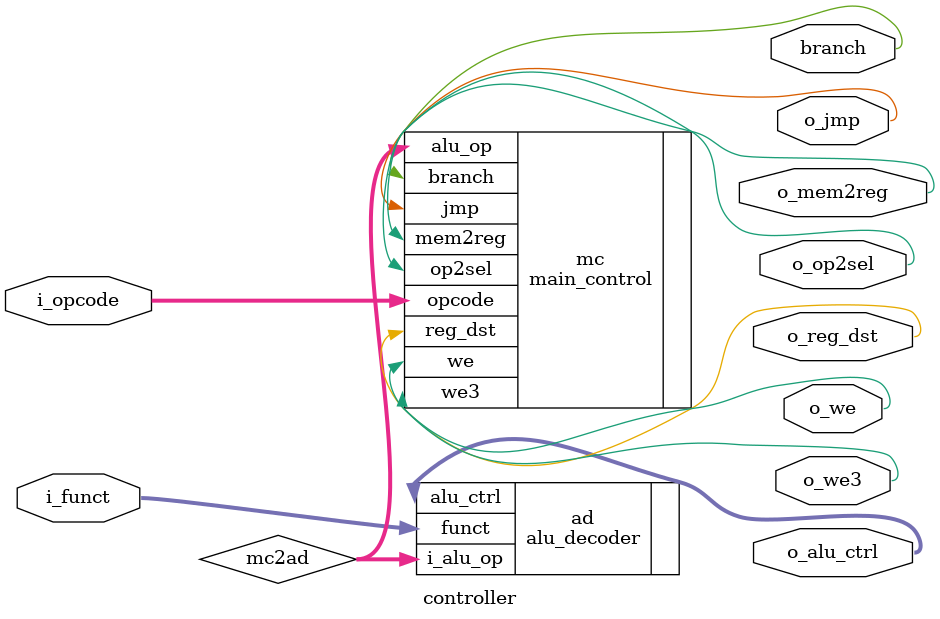
<source format=v>
module controller
(
  input [5:0] i_opcode, i_funct,
  output o_reg_dst, o_op2sel, o_mem2reg, o_we3, o_we, branch, o_jmp,
  output [2:0] o_alu_ctrl
);


  wire [1:0] mc2ad;
  
   main_control mc
  (
    .opcode(i_opcode),
    .reg_dst(o_reg_dst), 
	 .op2sel(o_op2sel),
	 .branch(branch), 
	 .jmp(o_jmp),
	 .mem2reg(o_mem2reg), 
	 .we3(o_we3), 
	 .we(o_we),
    .alu_op(mc2ad)
  );
  
  
   alu_decoder ad
  (
    .funct(i_funct),
    .i_alu_op(mc2ad),
    .alu_ctrl(o_alu_ctrl)
  );


endmodule 
</source>
